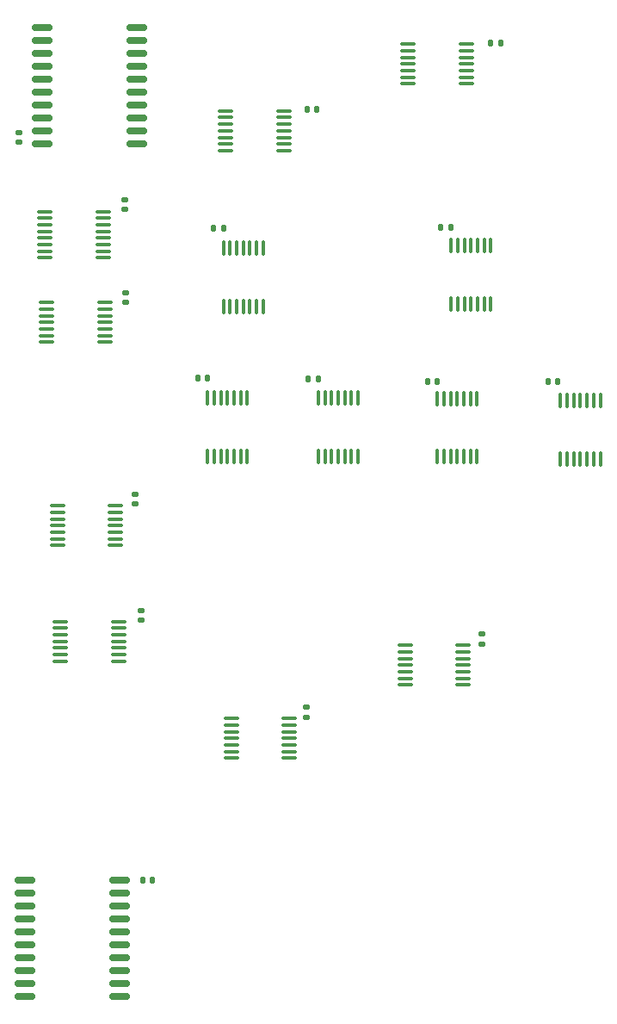
<source format=gbr>
%TF.GenerationSoftware,KiCad,Pcbnew,(7.0.0)*%
%TF.CreationDate,2023-12-30T22:17:33+02:00*%
%TF.ProjectId,alu,616c752e-6b69-4636-9164-5f7063625858,rev?*%
%TF.SameCoordinates,Original*%
%TF.FileFunction,Paste,Top*%
%TF.FilePolarity,Positive*%
%FSLAX46Y46*%
G04 Gerber Fmt 4.6, Leading zero omitted, Abs format (unit mm)*
G04 Created by KiCad (PCBNEW (7.0.0)) date 2023-12-30 22:17:33*
%MOMM*%
%LPD*%
G01*
G04 APERTURE LIST*
G04 Aperture macros list*
%AMRoundRect*
0 Rectangle with rounded corners*
0 $1 Rounding radius*
0 $2 $3 $4 $5 $6 $7 $8 $9 X,Y pos of 4 corners*
0 Add a 4 corners polygon primitive as box body*
4,1,4,$2,$3,$4,$5,$6,$7,$8,$9,$2,$3,0*
0 Add four circle primitives for the rounded corners*
1,1,$1+$1,$2,$3*
1,1,$1+$1,$4,$5*
1,1,$1+$1,$6,$7*
1,1,$1+$1,$8,$9*
0 Add four rect primitives between the rounded corners*
20,1,$1+$1,$2,$3,$4,$5,0*
20,1,$1+$1,$4,$5,$6,$7,0*
20,1,$1+$1,$6,$7,$8,$9,0*
20,1,$1+$1,$8,$9,$2,$3,0*%
G04 Aperture macros list end*
%ADD10RoundRect,0.140000X0.140000X0.170000X-0.140000X0.170000X-0.140000X-0.170000X0.140000X-0.170000X0*%
%ADD11RoundRect,0.100000X0.100000X-0.637500X0.100000X0.637500X-0.100000X0.637500X-0.100000X-0.637500X0*%
%ADD12RoundRect,0.140000X0.170000X-0.140000X0.170000X0.140000X-0.170000X0.140000X-0.170000X-0.140000X0*%
%ADD13RoundRect,0.100000X-0.637500X-0.100000X0.637500X-0.100000X0.637500X0.100000X-0.637500X0.100000X0*%
%ADD14RoundRect,0.140000X-0.140000X-0.170000X0.140000X-0.170000X0.140000X0.170000X-0.140000X0.170000X0*%
%ADD15RoundRect,0.150000X0.875000X0.150000X-0.875000X0.150000X-0.875000X-0.150000X0.875000X-0.150000X0*%
%ADD16RoundRect,0.150000X-0.875000X-0.150000X0.875000X-0.150000X0.875000X0.150000X-0.875000X0.150000X0*%
%ADD17RoundRect,0.140000X-0.170000X0.140000X-0.170000X-0.140000X0.170000X-0.140000X0.170000X0.140000X0*%
G04 APERTURE END LIST*
D10*
%TO.C,C8*%
X98371600Y-48209200D03*
X97411600Y-48209200D03*
%TD*%
D11*
%TO.C,U10*%
X109200400Y-70952200D03*
X109850400Y-70952200D03*
X110500400Y-70952200D03*
X111150400Y-70952200D03*
X111800400Y-70952200D03*
X112450400Y-70952200D03*
X113100400Y-70952200D03*
X113100400Y-65227200D03*
X112450400Y-65227200D03*
X111800400Y-65227200D03*
X111150400Y-65227200D03*
X110500400Y-65227200D03*
X109850400Y-65227200D03*
X109200400Y-65227200D03*
%TD*%
%TO.C,U3*%
X76028000Y-55999300D03*
X76678000Y-55999300D03*
X77328000Y-55999300D03*
X77978000Y-55999300D03*
X78628000Y-55999300D03*
X79278000Y-55999300D03*
X79928000Y-55999300D03*
X79928000Y-50274300D03*
X79278000Y-50274300D03*
X78628000Y-50274300D03*
X77978000Y-50274300D03*
X77328000Y-50274300D03*
X76678000Y-50274300D03*
X76028000Y-50274300D03*
%TD*%
D12*
%TO.C,C13*%
X66294000Y-46454000D03*
X66294000Y-45494000D03*
%TD*%
D13*
%TO.C,U9*%
X93911500Y-89286800D03*
X93911500Y-89936800D03*
X93911500Y-90586800D03*
X93911500Y-91236800D03*
X93911500Y-91886800D03*
X93911500Y-92536800D03*
X93911500Y-93186800D03*
X99636500Y-93186800D03*
X99636500Y-92536800D03*
X99636500Y-91886800D03*
X99636500Y-91236800D03*
X99636500Y-90586800D03*
X99636500Y-89936800D03*
X99636500Y-89286800D03*
%TD*%
D10*
%TO.C,C4*%
X85344000Y-63144400D03*
X84384000Y-63144400D03*
%TD*%
D13*
%TO.C,U1*%
X76233100Y-36759600D03*
X76233100Y-37409600D03*
X76233100Y-38059600D03*
X76233100Y-38709600D03*
X76233100Y-39359600D03*
X76233100Y-40009600D03*
X76233100Y-40659600D03*
X81958100Y-40659600D03*
X81958100Y-40009600D03*
X81958100Y-39359600D03*
X81958100Y-38709600D03*
X81958100Y-38059600D03*
X81958100Y-37409600D03*
X81958100Y-36759600D03*
%TD*%
D12*
%TO.C,C25*%
X67310000Y-75410000D03*
X67310000Y-74450000D03*
%TD*%
D11*
%TO.C,U7*%
X97070800Y-70764400D03*
X97720800Y-70764400D03*
X98370800Y-70764400D03*
X99020800Y-70764400D03*
X99670800Y-70764400D03*
X100320800Y-70764400D03*
X100970800Y-70764400D03*
X100970800Y-65039400D03*
X100320800Y-65039400D03*
X99670800Y-65039400D03*
X99020800Y-65039400D03*
X98370800Y-65039400D03*
X97720800Y-65039400D03*
X97070800Y-65039400D03*
%TD*%
D10*
%TO.C,C3*%
X74444800Y-63042800D03*
X73484800Y-63042800D03*
%TD*%
D11*
%TO.C,U8*%
X98430800Y-55745300D03*
X99080800Y-55745300D03*
X99730800Y-55745300D03*
X100380800Y-55745300D03*
X101030800Y-55745300D03*
X101680800Y-55745300D03*
X102330800Y-55745300D03*
X102330800Y-50020300D03*
X101680800Y-50020300D03*
X101030800Y-50020300D03*
X100380800Y-50020300D03*
X99730800Y-50020300D03*
X99080800Y-50020300D03*
X98430800Y-50020300D03*
%TD*%
D13*
%TO.C,U6*%
X94198600Y-30185600D03*
X94198600Y-30835600D03*
X94198600Y-31485600D03*
X94198600Y-32135600D03*
X94198600Y-32785600D03*
X94198600Y-33435600D03*
X94198600Y-34085600D03*
X99923600Y-34085600D03*
X99923600Y-33435600D03*
X99923600Y-32785600D03*
X99923600Y-32135600D03*
X99923600Y-31485600D03*
X99923600Y-30835600D03*
X99923600Y-30185600D03*
%TD*%
D11*
%TO.C,U5*%
X85376400Y-70713600D03*
X86026400Y-70713600D03*
X86676400Y-70713600D03*
X87326400Y-70713600D03*
X87976400Y-70713600D03*
X88626400Y-70713600D03*
X89276400Y-70713600D03*
X89276400Y-64988600D03*
X88626400Y-64988600D03*
X87976400Y-64988600D03*
X87326400Y-64988600D03*
X86676400Y-64988600D03*
X86026400Y-64988600D03*
X85376400Y-64988600D03*
%TD*%
D10*
%TO.C,C6*%
X108915200Y-63347600D03*
X107955200Y-63347600D03*
%TD*%
D13*
%TO.C,U30*%
X58656300Y-55606400D03*
X58656300Y-56256400D03*
X58656300Y-56906400D03*
X58656300Y-57556400D03*
X58656300Y-58206400D03*
X58656300Y-58856400D03*
X58656300Y-59506400D03*
X64381300Y-59506400D03*
X64381300Y-58856400D03*
X64381300Y-58206400D03*
X64381300Y-57556400D03*
X64381300Y-56906400D03*
X64381300Y-56256400D03*
X64381300Y-55606400D03*
%TD*%
D14*
%TO.C,C10*%
X102339200Y-30073600D03*
X103299200Y-30073600D03*
%TD*%
D10*
%TO.C,C7*%
X76019600Y-48260000D03*
X75059600Y-48260000D03*
%TD*%
D13*
%TO.C,U4*%
X76791900Y-96500400D03*
X76791900Y-97150400D03*
X76791900Y-97800400D03*
X76791900Y-98450400D03*
X76791900Y-99100400D03*
X76791900Y-99750400D03*
X76791900Y-100400400D03*
X82516900Y-100400400D03*
X82516900Y-99750400D03*
X82516900Y-99100400D03*
X82516900Y-98450400D03*
X82516900Y-97800400D03*
X82516900Y-97150400D03*
X82516900Y-96500400D03*
%TD*%
D14*
%TO.C,C9*%
X84254400Y-36576000D03*
X85214400Y-36576000D03*
%TD*%
D12*
%TO.C,C26*%
X67945000Y-86840000D03*
X67945000Y-85880000D03*
%TD*%
D13*
%TO.C,U29*%
X58486200Y-46655200D03*
X58486200Y-47305200D03*
X58486200Y-47955200D03*
X58486200Y-48605200D03*
X58486200Y-49255200D03*
X58486200Y-49905200D03*
X58486200Y-50555200D03*
X58486200Y-51205200D03*
X64211200Y-51205200D03*
X64211200Y-50555200D03*
X64211200Y-49905200D03*
X64211200Y-49255200D03*
X64211200Y-48605200D03*
X64211200Y-47955200D03*
X64211200Y-47305200D03*
X64211200Y-46655200D03*
%TD*%
D15*
%TO.C,U31*%
X67515000Y-40005000D03*
X67515000Y-38735000D03*
X67515000Y-37465000D03*
X67515000Y-36195000D03*
X67515000Y-34925000D03*
X67515000Y-33655000D03*
X67515000Y-32385000D03*
X67515000Y-31115000D03*
X67515000Y-29845000D03*
X67515000Y-28575000D03*
X58215000Y-28575000D03*
X58215000Y-29845000D03*
X58215000Y-31115000D03*
X58215000Y-32385000D03*
X58215000Y-33655000D03*
X58215000Y-34925000D03*
X58215000Y-36195000D03*
X58215000Y-37465000D03*
X58215000Y-38735000D03*
X58215000Y-40005000D03*
%TD*%
D16*
%TO.C,U13*%
X56515000Y-112395000D03*
X56515000Y-113665000D03*
X56515000Y-114935000D03*
X56515000Y-116205000D03*
X56515000Y-117475000D03*
X56515000Y-118745000D03*
X56515000Y-120015000D03*
X56515000Y-121285000D03*
X56515000Y-122555000D03*
X56515000Y-123825000D03*
X65815000Y-123825000D03*
X65815000Y-122555000D03*
X65815000Y-121285000D03*
X65815000Y-120015000D03*
X65815000Y-118745000D03*
X65815000Y-117475000D03*
X65815000Y-116205000D03*
X65815000Y-114935000D03*
X65815000Y-113665000D03*
X65815000Y-112395000D03*
%TD*%
D14*
%TO.C,C23*%
X68100000Y-112395000D03*
X69060000Y-112395000D03*
%TD*%
D13*
%TO.C,U15*%
X60002500Y-86950000D03*
X60002500Y-87600000D03*
X60002500Y-88250000D03*
X60002500Y-88900000D03*
X60002500Y-89550000D03*
X60002500Y-90200000D03*
X60002500Y-90850000D03*
X65727500Y-90850000D03*
X65727500Y-90200000D03*
X65727500Y-89550000D03*
X65727500Y-88900000D03*
X65727500Y-88250000D03*
X65727500Y-87600000D03*
X65727500Y-86950000D03*
%TD*%
%TO.C,U14*%
X59680000Y-75565000D03*
X59680000Y-76215000D03*
X59680000Y-76865000D03*
X59680000Y-77515000D03*
X59680000Y-78165000D03*
X59680000Y-78815000D03*
X59680000Y-79465000D03*
X65405000Y-79465000D03*
X65405000Y-78815000D03*
X65405000Y-78165000D03*
X65405000Y-77515000D03*
X65405000Y-76865000D03*
X65405000Y-76215000D03*
X65405000Y-75565000D03*
%TD*%
D12*
%TO.C,C1*%
X84175600Y-96339600D03*
X84175600Y-95379600D03*
%TD*%
D17*
%TO.C,C24*%
X55880000Y-38890000D03*
X55880000Y-39850000D03*
%TD*%
D12*
%TO.C,C2*%
X101447600Y-89154000D03*
X101447600Y-88194000D03*
%TD*%
D10*
%TO.C,C5*%
X97050800Y-63347600D03*
X96090800Y-63347600D03*
%TD*%
D11*
%TO.C,U2*%
X74464800Y-70713600D03*
X75114800Y-70713600D03*
X75764800Y-70713600D03*
X76414800Y-70713600D03*
X77064800Y-70713600D03*
X77714800Y-70713600D03*
X78364800Y-70713600D03*
X78364800Y-64988600D03*
X77714800Y-64988600D03*
X77064800Y-64988600D03*
X76414800Y-64988600D03*
X75764800Y-64988600D03*
X75114800Y-64988600D03*
X74464800Y-64988600D03*
%TD*%
D12*
%TO.C,C14*%
X66421000Y-55598000D03*
X66421000Y-54638000D03*
%TD*%
M02*

</source>
